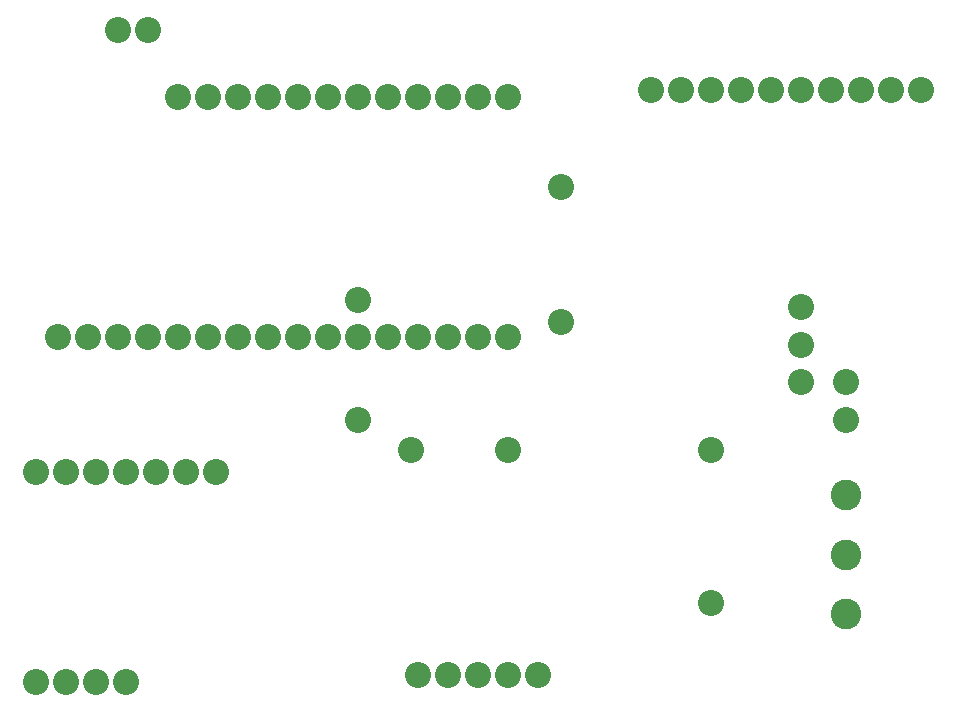
<source format=gbs>
G04*
G04 #@! TF.GenerationSoftware,Altium Limited,Altium Designer,21.6.4 (81)*
G04*
G04 Layer_Color=16711935*
%FSLAX43Y43*%
%MOMM*%
G71*
G04*
G04 #@! TF.SameCoordinates,1146F813-5535-4065-A757-17352E4361FB*
G04*
G04*
G04 #@! TF.FilePolarity,Negative*
G04*
G01*
G75*
%ADD13C,2.203*%
%ADD14C,2.603*%
%ADD15C,2.203*%
D13*
X95250Y80645D02*
D03*
Y67645D02*
D03*
X50165Y90170D02*
D03*
X47625D02*
D03*
X50165Y110490D02*
D03*
X42545Y90170D02*
D03*
X45085D02*
D03*
X52705D02*
D03*
X55245D02*
D03*
X57785D02*
D03*
X60325D02*
D03*
X62865D02*
D03*
X65405D02*
D03*
X67945D02*
D03*
X70485D02*
D03*
X73025D02*
D03*
X75565D02*
D03*
X78105D02*
D03*
X52705Y110490D02*
D03*
X55245D02*
D03*
X57785D02*
D03*
X60325D02*
D03*
X62865D02*
D03*
X65405D02*
D03*
X67945D02*
D03*
X70485D02*
D03*
X73025D02*
D03*
X75565D02*
D03*
X78105D02*
D03*
X40005Y90170D02*
D03*
X38100Y60960D02*
D03*
X40640D02*
D03*
X43180D02*
D03*
X45720D02*
D03*
X38100Y78740D02*
D03*
X40640D02*
D03*
X43180D02*
D03*
X45720D02*
D03*
X48260D02*
D03*
X50800D02*
D03*
X53340D02*
D03*
X90170Y111125D02*
D03*
X92710D02*
D03*
X95250D02*
D03*
X97790D02*
D03*
X100330D02*
D03*
X102870D02*
D03*
X105410D02*
D03*
X107950D02*
D03*
X110490D02*
D03*
X113030D02*
D03*
X70485Y61595D02*
D03*
X73025D02*
D03*
X75565D02*
D03*
X78105D02*
D03*
X80645D02*
D03*
X47625Y116205D02*
D03*
X45085D02*
D03*
X106680Y86360D02*
D03*
Y83185D02*
D03*
X102870Y89535D02*
D03*
X65405Y83185D02*
D03*
Y93345D02*
D03*
X82550Y91440D02*
D03*
Y102870D02*
D03*
X78105Y80645D02*
D03*
X69850D02*
D03*
D14*
X106680Y71755D02*
D03*
Y66755D02*
D03*
Y76755D02*
D03*
D15*
X102870Y92710D02*
D03*
Y86360D02*
D03*
M02*

</source>
